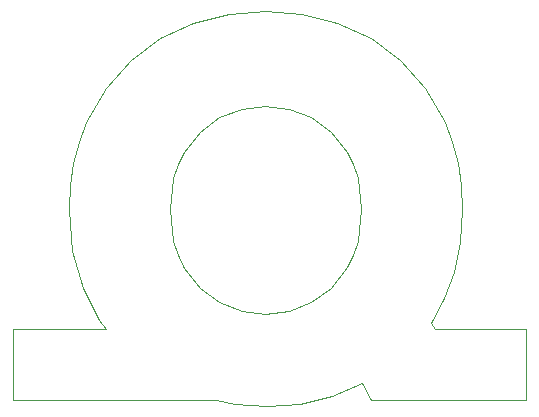
<source format=gm1>
G04 #@! TF.FileFunction,Profile,NP*
%FSLAX46Y46*%
G04 Gerber Fmt 4.6, Leading zero omitted, Abs format (unit mm)*
G04 Created by KiCad (PCBNEW 4.0.0-rc2-stable) date 3/3/2016 3:47:02 PM*
%MOMM*%
G01*
G04 APERTURE LIST*
%ADD10C,0.150000*%
%ADD11C,0.100000*%
G04 APERTURE END LIST*
D10*
D11*
X68110000Y-51680000D02*
X65350000Y-51500000D01*
X65350000Y-51500000D02*
X63770000Y-51150000D01*
X63770000Y-51150000D02*
X46630000Y-51150000D01*
X46630000Y-51150000D02*
X46630000Y-45150000D01*
X46630000Y-45150000D02*
X54440000Y-45150000D01*
X54440000Y-45150000D02*
X53840000Y-44360000D01*
X53840000Y-44360000D02*
X52490000Y-41660000D01*
X52490000Y-41660000D02*
X51620000Y-38530000D01*
X51620000Y-38530000D02*
X51330000Y-34990000D01*
X51330000Y-34990000D02*
X51420000Y-32940000D01*
X51420000Y-32940000D02*
X51690000Y-31040000D01*
X51690000Y-31040000D02*
X52140000Y-29260000D01*
X52140000Y-29260000D02*
X52770000Y-27620000D01*
X52770000Y-27620000D02*
X54430000Y-24730000D01*
X54430000Y-24730000D02*
X56550000Y-22360000D01*
X56550000Y-22360000D02*
X59050000Y-20520000D01*
X59050000Y-20520000D02*
X61870000Y-19210000D01*
X61870000Y-19210000D02*
X64890000Y-18430000D01*
X64890000Y-18430000D02*
X67960000Y-18170000D01*
X67960000Y-18170000D02*
X71040000Y-18430000D01*
X71040000Y-18430000D02*
X74060000Y-19210000D01*
X74060000Y-19210000D02*
X76880000Y-20520000D01*
X76880000Y-20520000D02*
X79390000Y-22360000D01*
X79390000Y-22360000D02*
X81500000Y-24730000D01*
X81500000Y-24730000D02*
X83160000Y-27620000D01*
X83160000Y-27620000D02*
X83790000Y-29260000D01*
X83790000Y-29260000D02*
X84240000Y-31040000D01*
X84240000Y-31040000D02*
X84510000Y-32940000D01*
X84510000Y-32940000D02*
X84600000Y-34990000D01*
X84600000Y-34990000D02*
X84430000Y-37770000D01*
X84430000Y-37770000D02*
X83900000Y-40270000D01*
X83900000Y-40270000D02*
X83080000Y-42530000D01*
X83080000Y-42530000D02*
X82010000Y-44580000D01*
X82010000Y-44580000D02*
X82360000Y-45150000D01*
X82360000Y-45150000D02*
X90040000Y-45150000D01*
X90040000Y-45150000D02*
X90040000Y-51150000D01*
X90040000Y-51150000D02*
X85340000Y-51150000D01*
X85340000Y-51150000D02*
X85340000Y-51160000D01*
X85340000Y-51160000D02*
X76910000Y-51160000D01*
X76910000Y-51160000D02*
X76120000Y-49670000D01*
X76120000Y-49670000D02*
X73580000Y-50760000D01*
X73580000Y-50760000D02*
X70880000Y-51430000D01*
X70880000Y-51430000D02*
X68110000Y-51680000D01*
X68110000Y-51680000D02*
X68110000Y-51680000D01*
X68110000Y-51680000D02*
X68110000Y-51680000D01*
X69980000Y-43590000D02*
X71860000Y-42840000D01*
X71860000Y-42840000D02*
X73510000Y-41610000D01*
X73510000Y-41610000D02*
X74870000Y-39900000D01*
X74870000Y-39900000D02*
X75400000Y-38860000D01*
X75400000Y-38860000D02*
X75770000Y-37700000D01*
X75770000Y-37700000D02*
X76070000Y-34990000D01*
X76070000Y-34990000D02*
X75770000Y-32310000D01*
X75770000Y-32310000D02*
X75400000Y-31150000D01*
X75400000Y-31150000D02*
X74870000Y-30120000D01*
X74870000Y-30120000D02*
X73510000Y-28420000D01*
X73510000Y-28420000D02*
X71860000Y-27200000D01*
X71860000Y-27200000D02*
X69980000Y-26470000D01*
X69980000Y-26470000D02*
X67970000Y-26230000D01*
X67970000Y-26230000D02*
X65950000Y-26470000D01*
X65950000Y-26470000D02*
X64070000Y-27200000D01*
X64070000Y-27200000D02*
X62420000Y-28420000D01*
X62420000Y-28420000D02*
X61060000Y-30120000D01*
X61060000Y-30120000D02*
X60530000Y-31150000D01*
X60530000Y-31150000D02*
X60160000Y-32310000D01*
X60160000Y-32310000D02*
X59860000Y-34990000D01*
X59860000Y-34990000D02*
X60160000Y-37700000D01*
X60160000Y-37700000D02*
X60530000Y-38870000D01*
X60530000Y-38870000D02*
X61060000Y-39920000D01*
X61060000Y-39920000D02*
X62420000Y-41640000D01*
X62420000Y-41640000D02*
X64070000Y-42860000D01*
X64070000Y-42860000D02*
X65950000Y-43590000D01*
X65950000Y-43590000D02*
X67970000Y-43840000D01*
X67970000Y-43840000D02*
X69980000Y-43590000D01*
X69980000Y-43590000D02*
X69980000Y-43590000D01*
X69980000Y-43590000D02*
X69980000Y-43590000D01*
M02*

</source>
